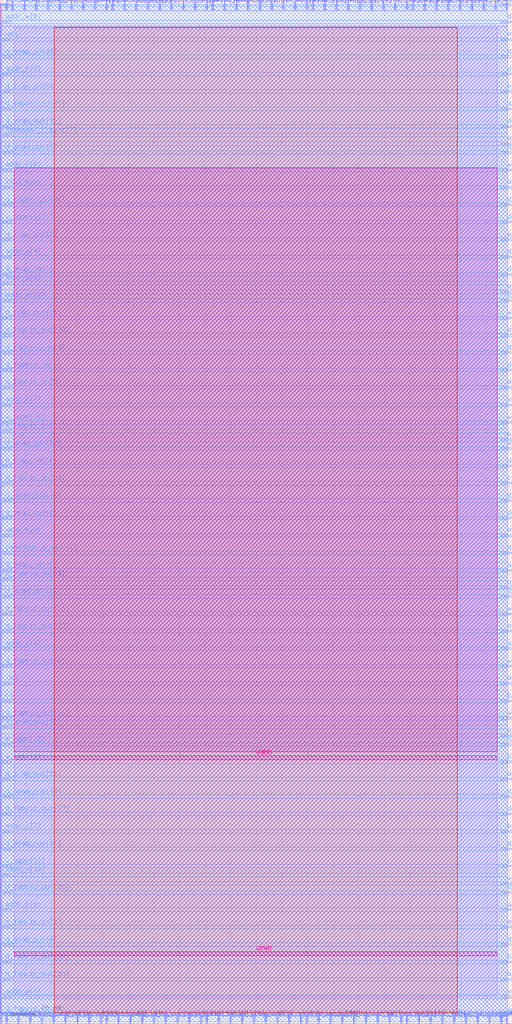
<source format=lef>
VERSION 5.7 ;
  NOWIREEXTENSIONATPIN ON ;
  DIVIDERCHAR "/" ;
  BUSBITCHARS "[]" ;
MACRO sram_ifc
  CLASS BLOCK ;
  FOREIGN sram_ifc ;
  ORIGIN 0.000 0.000 ;
  SIZE 200.000 BY 400.000 ;
  PIN addr_r[0]
    DIRECTION INPUT ;
    PORT
      LAYER met3 ;
        RECT 196.000 17.040 200.000 17.640 ;
    END
  END addr_r[0]
  PIN addr_r[10]
    DIRECTION INPUT ;
    PORT
      LAYER met3 ;
        RECT 196.000 357.040 200.000 357.640 ;
    END
  END addr_r[10]
  PIN addr_r[11]
    DIRECTION INPUT ;
    PORT
      LAYER met3 ;
        RECT 196.000 176.840 200.000 177.440 ;
    END
  END addr_r[11]
  PIN addr_r[12]
    DIRECTION INPUT ;
    PORT
      LAYER met2 ;
        RECT 92.090 396.000 92.370 400.000 ;
    END
  END addr_r[12]
  PIN addr_r[13]
    DIRECTION INPUT ;
    PORT
      LAYER met3 ;
        RECT 196.000 306.040 200.000 306.640 ;
    END
  END addr_r[13]
  PIN addr_r[1]
    DIRECTION INPUT ;
    PORT
      LAYER met3 ;
        RECT 0.000 241.440 4.000 242.040 ;
    END
  END addr_r[1]
  PIN addr_r[2]
    DIRECTION INPUT ;
    PORT
      LAYER met2 ;
        RECT 82.890 396.000 83.170 400.000 ;
    END
  END addr_r[2]
  PIN addr_r[3]
    DIRECTION INPUT ;
    PORT
      LAYER met2 ;
        RECT 156.490 0.000 156.770 4.000 ;
    END
  END addr_r[3]
  PIN addr_r[4]
    DIRECTION INPUT ;
    PORT
      LAYER met3 ;
        RECT 0.000 146.240 4.000 146.840 ;
    END
  END addr_r[4]
  PIN addr_r[5]
    DIRECTION INPUT ;
    PORT
      LAYER met3 ;
        RECT 0.000 370.640 4.000 371.240 ;
    END
  END addr_r[5]
  PIN addr_r[6]
    DIRECTION INPUT ;
    PORT
      LAYER met3 ;
        RECT 0.000 44.240 4.000 44.840 ;
    END
  END addr_r[6]
  PIN addr_r[7]
    DIRECTION INPUT ;
    PORT
      LAYER met3 ;
        RECT 0.000 74.840 4.000 75.440 ;
    END
  END addr_r[7]
  PIN addr_r[8]
    DIRECTION INPUT ;
    PORT
      LAYER met2 ;
        RECT 50.690 0.000 50.970 4.000 ;
    END
  END addr_r[8]
  PIN addr_r[9]
    DIRECTION INPUT ;
    PORT
      LAYER met3 ;
        RECT 0.000 333.240 4.000 333.840 ;
    END
  END addr_r[9]
  PIN addr_w[0]
    DIRECTION INPUT ;
    PORT
      LAYER met2 ;
        RECT 142.690 0.000 142.970 4.000 ;
    END
  END addr_w[0]
  PIN addr_w[10]
    DIRECTION INPUT ;
    PORT
      LAYER met3 ;
        RECT 0.000 57.840 4.000 58.440 ;
    END
  END addr_w[10]
  PIN addr_w[11]
    DIRECTION INPUT ;
    PORT
      LAYER met3 ;
        RECT 0.000 282.240 4.000 282.840 ;
    END
  END addr_w[11]
  PIN addr_w[12]
    DIRECTION INPUT ;
    PORT
      LAYER met3 ;
        RECT 196.000 3.440 200.000 4.040 ;
    END
  END addr_w[12]
  PIN addr_w[13]
    DIRECTION INPUT ;
    PORT
      LAYER met2 ;
        RECT 80.590 0.000 80.870 4.000 ;
    END
  END addr_w[13]
  PIN addr_w[1]
    DIRECTION INPUT ;
    PORT
      LAYER met2 ;
        RECT 108.190 0.000 108.470 4.000 ;
    END
  END addr_w[1]
  PIN addr_w[2]
    DIRECTION INPUT ;
    PORT
      LAYER met3 ;
        RECT 196.000 146.240 200.000 146.840 ;
    END
  END addr_w[2]
  PIN addr_w[3]
    DIRECTION INPUT ;
    PORT
      LAYER met2 ;
        RECT 167.990 0.000 168.270 4.000 ;
    END
  END addr_w[3]
  PIN addr_w[4]
    DIRECTION INPUT ;
    PORT
      LAYER met3 ;
        RECT 196.000 44.240 200.000 44.840 ;
    END
  END addr_w[4]
  PIN addr_w[5]
    DIRECTION INPUT ;
    PORT
      LAYER met3 ;
        RECT 0.000 391.040 4.000 391.640 ;
    END
  END addr_w[5]
  PIN addr_w[6]
    DIRECTION INPUT ;
    PORT
      LAYER met3 ;
        RECT 0.000 10.240 4.000 10.840 ;
    END
  END addr_w[6]
  PIN addr_w[7]
    DIRECTION INPUT ;
    PORT
      LAYER met2 ;
        RECT 20.790 0.000 21.070 4.000 ;
    END
  END addr_w[7]
  PIN addr_w[8]
    DIRECTION INPUT ;
    PORT
      LAYER met3 ;
        RECT 0.000 299.240 4.000 299.840 ;
    END
  END addr_w[8]
  PIN addr_w[9]
    DIRECTION INPUT ;
    PORT
      LAYER met3 ;
        RECT 0.000 289.040 4.000 289.640 ;
    END
  END addr_w[9]
  PIN baseaddr_r_sync[0]
    DIRECTION OUTPUT TRISTATE ;
    PORT
      LAYER met3 ;
        RECT 196.000 227.840 200.000 228.440 ;
    END
  END baseaddr_r_sync[0]
  PIN baseaddr_r_sync[1]
    DIRECTION OUTPUT TRISTATE ;
    PORT
      LAYER met2 ;
        RECT 115.090 396.000 115.370 400.000 ;
    END
  END baseaddr_r_sync[1]
  PIN baseaddr_r_sync[2]
    DIRECTION OUTPUT TRISTATE ;
    PORT
      LAYER met3 ;
        RECT 196.000 74.840 200.000 75.440 ;
    END
  END baseaddr_r_sync[2]
  PIN baseaddr_r_sync[3]
    DIRECTION OUTPUT TRISTATE ;
    PORT
      LAYER met2 ;
        RECT 98.990 0.000 99.270 4.000 ;
    END
  END baseaddr_r_sync[3]
  PIN baseaddr_r_sync[4]
    DIRECTION OUTPUT TRISTATE ;
    PORT
      LAYER met3 ;
        RECT 196.000 125.840 200.000 126.440 ;
    END
  END baseaddr_r_sync[4]
  PIN baseaddr_r_sync[5]
    DIRECTION OUTPUT TRISTATE ;
    PORT
      LAYER met2 ;
        RECT 112.790 0.000 113.070 4.000 ;
    END
  END baseaddr_r_sync[5]
  PIN baseaddr_r_sync[6]
    DIRECTION OUTPUT TRISTATE ;
    PORT
      LAYER met3 ;
        RECT 196.000 102.040 200.000 102.640 ;
    END
  END baseaddr_r_sync[6]
  PIN baseaddr_r_sync[7]
    DIRECTION OUTPUT TRISTATE ;
    PORT
      LAYER met3 ;
        RECT 0.000 346.840 4.000 347.440 ;
    END
  END baseaddr_r_sync[7]
  PIN baseaddr_r_sync[8]
    DIRECTION OUTPUT TRISTATE ;
    PORT
      LAYER met2 ;
        RECT 121.990 396.000 122.270 400.000 ;
    END
  END baseaddr_r_sync[8]
  PIN baseaddr_w_sync[0]
    DIRECTION OUTPUT TRISTATE ;
    PORT
      LAYER met2 ;
        RECT 18.490 396.000 18.770 400.000 ;
    END
  END baseaddr_w_sync[0]
  PIN baseaddr_w_sync[1]
    DIRECTION OUTPUT TRISTATE ;
    PORT
      LAYER met3 ;
        RECT 196.000 363.840 200.000 364.440 ;
    END
  END baseaddr_w_sync[1]
  PIN baseaddr_w_sync[2]
    DIRECTION OUTPUT TRISTATE ;
    PORT
      LAYER met2 ;
        RECT 34.590 0.000 34.870 4.000 ;
    END
  END baseaddr_w_sync[2]
  PIN baseaddr_w_sync[3]
    DIRECTION OUTPUT TRISTATE ;
    PORT
      LAYER met3 ;
        RECT 0.000 397.840 4.000 398.440 ;
    END
  END baseaddr_w_sync[3]
  PIN baseaddr_w_sync[4]
    DIRECTION OUTPUT TRISTATE ;
    PORT
      LAYER met2 ;
        RECT 36.890 396.000 37.170 400.000 ;
    END
  END baseaddr_w_sync[4]
  PIN baseaddr_w_sync[5]
    DIRECTION OUTPUT TRISTATE ;
    PORT
      LAYER met2 ;
        RECT 161.090 396.000 161.370 400.000 ;
    END
  END baseaddr_w_sync[5]
  PIN baseaddr_w_sync[6]
    DIRECTION OUTPUT TRISTATE ;
    PORT
      LAYER met2 ;
        RECT 138.090 0.000 138.370 4.000 ;
    END
  END baseaddr_w_sync[6]
  PIN baseaddr_w_sync[7]
    DIRECTION OUTPUT TRISTATE ;
    PORT
      LAYER met3 ;
        RECT 0.000 183.640 4.000 184.240 ;
    END
  END baseaddr_w_sync[7]
  PIN baseaddr_w_sync[8]
    DIRECTION OUTPUT TRISTATE ;
    PORT
      LAYER met3 ;
        RECT 196.000 23.840 200.000 24.440 ;
    END
  END baseaddr_w_sync[8]
  PIN clk
    DIRECTION INPUT ;
    PORT
      LAYER met3 ;
        RECT 0.000 125.840 4.000 126.440 ;
    END
  END clk
  PIN conf[0]
    DIRECTION INPUT ;
    PORT
      LAYER met2 ;
        RECT 110.490 396.000 110.770 400.000 ;
    END
  END conf[0]
  PIN conf[1]
    DIRECTION INPUT ;
    PORT
      LAYER met2 ;
        RECT 103.590 0.000 103.870 4.000 ;
    END
  END conf[1]
  PIN conf[2]
    DIRECTION INPUT ;
    PORT
      LAYER met3 ;
        RECT 196.000 210.840 200.000 211.440 ;
    END
  END conf[2]
  PIN csb
    DIRECTION INPUT ;
    PORT
      LAYER met3 ;
        RECT 196.000 61.240 200.000 61.840 ;
    END
  END csb
  PIN csb0_sync
    DIRECTION OUTPUT TRISTATE ;
    PORT
      LAYER met2 ;
        RECT 184.090 396.000 184.370 400.000 ;
    END
  END csb0_sync
  PIN csb1_sync
    DIRECTION OUTPUT TRISTATE ;
    PORT
      LAYER met3 ;
        RECT 0.000 326.440 4.000 327.040 ;
    END
  END csb1_sync
  PIN d_fabric_in[0]
    DIRECTION INPUT ;
    PORT
      LAYER met3 ;
        RECT 196.000 30.640 200.000 31.240 ;
    END
  END d_fabric_in[0]
  PIN d_fabric_in[10]
    DIRECTION INPUT ;
    PORT
      LAYER met2 ;
        RECT 177.190 0.000 177.470 4.000 ;
    END
  END d_fabric_in[10]
  PIN d_fabric_in[11]
    DIRECTION INPUT ;
    PORT
      LAYER met2 ;
        RECT 87.490 396.000 87.770 400.000 ;
    END
  END d_fabric_in[11]
  PIN d_fabric_in[12]
    DIRECTION INPUT ;
    PORT
      LAYER met3 ;
        RECT 196.000 391.040 200.000 391.640 ;
    END
  END d_fabric_in[12]
  PIN d_fabric_in[13]
    DIRECTION INPUT ;
    PORT
      LAYER met3 ;
        RECT 0.000 173.440 4.000 174.040 ;
    END
  END d_fabric_in[13]
  PIN d_fabric_in[14]
    DIRECTION INPUT ;
    PORT
      LAYER met3 ;
        RECT 0.000 3.440 4.000 4.040 ;
    END
  END d_fabric_in[14]
  PIN d_fabric_in[15]
    DIRECTION INPUT ;
    PORT
      LAYER met3 ;
        RECT 0.000 357.040 4.000 357.640 ;
    END
  END d_fabric_in[15]
  PIN d_fabric_in[16]
    DIRECTION INPUT ;
    PORT
      LAYER met2 ;
        RECT 126.590 396.000 126.870 400.000 ;
    END
  END d_fabric_in[16]
  PIN d_fabric_in[17]
    DIRECTION INPUT ;
    PORT
      LAYER met3 ;
        RECT 196.000 384.240 200.000 384.840 ;
    END
  END d_fabric_in[17]
  PIN d_fabric_in[18]
    DIRECTION INPUT ;
    PORT
      LAYER met3 ;
        RECT 196.000 326.440 200.000 327.040 ;
    END
  END d_fabric_in[18]
  PIN d_fabric_in[19]
    DIRECTION INPUT ;
    PORT
      LAYER met2 ;
        RECT 188.690 396.000 188.970 400.000 ;
    END
  END d_fabric_in[19]
  PIN d_fabric_in[1]
    DIRECTION INPUT ;
    PORT
      LAYER met3 ;
        RECT 0.000 37.440 4.000 38.040 ;
    END
  END d_fabric_in[1]
  PIN d_fabric_in[20]
    DIRECTION INPUT ;
    PORT
      LAYER met2 ;
        RECT 117.390 0.000 117.670 4.000 ;
    END
  END d_fabric_in[20]
  PIN d_fabric_in[21]
    DIRECTION INPUT ;
    PORT
      LAYER met3 ;
        RECT 196.000 312.840 200.000 313.440 ;
    END
  END d_fabric_in[21]
  PIN d_fabric_in[22]
    DIRECTION INPUT ;
    PORT
      LAYER met3 ;
        RECT 196.000 37.440 200.000 38.040 ;
    END
  END d_fabric_in[22]
  PIN d_fabric_in[23]
    DIRECTION INPUT ;
    PORT
      LAYER met3 ;
        RECT 196.000 268.640 200.000 269.240 ;
    END
  END d_fabric_in[23]
  PIN d_fabric_in[24]
    DIRECTION INPUT ;
    PORT
      LAYER met3 ;
        RECT 0.000 210.840 4.000 211.440 ;
    END
  END d_fabric_in[24]
  PIN d_fabric_in[25]
    DIRECTION INPUT ;
    PORT
      LAYER met2 ;
        RECT 144.990 396.000 145.270 400.000 ;
    END
  END d_fabric_in[25]
  PIN d_fabric_in[26]
    DIRECTION INPUT ;
    PORT
      LAYER met2 ;
        RECT 2.390 396.000 2.670 400.000 ;
    END
  END d_fabric_in[26]
  PIN d_fabric_in[27]
    DIRECTION INPUT ;
    PORT
      LAYER met3 ;
        RECT 0.000 319.640 4.000 320.240 ;
    END
  END d_fabric_in[27]
  PIN d_fabric_in[28]
    DIRECTION INPUT ;
    PORT
      LAYER met3 ;
        RECT 196.000 248.240 200.000 248.840 ;
    END
  END d_fabric_in[28]
  PIN d_fabric_in[29]
    DIRECTION INPUT ;
    PORT
      LAYER met3 ;
        RECT 196.000 285.640 200.000 286.240 ;
    END
  END d_fabric_in[29]
  PIN d_fabric_in[2]
    DIRECTION INPUT ;
    PORT
      LAYER met2 ;
        RECT 151.890 0.000 152.170 4.000 ;
    END
  END d_fabric_in[2]
  PIN d_fabric_in[30]
    DIRECTION INPUT ;
    PORT
      LAYER met3 ;
        RECT 196.000 68.040 200.000 68.640 ;
    END
  END d_fabric_in[30]
  PIN d_fabric_in[31]
    DIRECTION INPUT ;
    PORT
      LAYER met3 ;
        RECT 0.000 231.240 4.000 231.840 ;
    END
  END d_fabric_in[31]
  PIN d_fabric_in[3]
    DIRECTION INPUT ;
    PORT
      LAYER met2 ;
        RECT 190.990 0.000 191.270 4.000 ;
    END
  END d_fabric_in[3]
  PIN d_fabric_in[4]
    DIRECTION INPUT ;
    PORT
      LAYER met2 ;
        RECT 131.190 396.000 131.470 400.000 ;
    END
  END d_fabric_in[4]
  PIN d_fabric_in[5]
    DIRECTION INPUT ;
    PORT
      LAYER met2 ;
        RECT 105.890 396.000 106.170 400.000 ;
    END
  END d_fabric_in[5]
  PIN d_fabric_in[6]
    DIRECTION INPUT ;
    PORT
      LAYER met3 ;
        RECT 0.000 248.240 4.000 248.840 ;
    END
  END d_fabric_in[6]
  PIN d_fabric_in[7]
    DIRECTION INPUT ;
    PORT
      LAYER met3 ;
        RECT 196.000 397.840 200.000 398.440 ;
    END
  END d_fabric_in[7]
  PIN d_fabric_in[8]
    DIRECTION INPUT ;
    PORT
      LAYER met3 ;
        RECT 0.000 255.040 4.000 255.640 ;
    END
  END d_fabric_in[8]
  PIN d_fabric_in[9]
    DIRECTION INPUT ;
    PORT
      LAYER met2 ;
        RECT 6.990 0.000 7.270 4.000 ;
    END
  END d_fabric_in[9]
  PIN d_fabric_out[0]
    DIRECTION OUTPUT TRISTATE ;
    PORT
      LAYER met2 ;
        RECT 73.690 0.000 73.970 4.000 ;
    END
  END d_fabric_out[0]
  PIN d_fabric_out[10]
    DIRECTION OUTPUT TRISTATE ;
    PORT
      LAYER met3 ;
        RECT 0.000 17.040 4.000 17.640 ;
    END
  END d_fabric_out[10]
  PIN d_fabric_out[11]
    DIRECTION OUTPUT TRISTATE ;
    PORT
      LAYER met2 ;
        RECT 172.590 0.000 172.870 4.000 ;
    END
  END d_fabric_out[11]
  PIN d_fabric_out[12]
    DIRECTION OUTPUT TRISTATE ;
    PORT
      LAYER met3 ;
        RECT 196.000 343.440 200.000 344.040 ;
    END
  END d_fabric_out[12]
  PIN d_fabric_out[13]
    DIRECTION OUTPUT TRISTATE ;
    PORT
      LAYER met2 ;
        RECT 85.190 0.000 85.470 4.000 ;
    END
  END d_fabric_out[13]
  PIN d_fabric_out[14]
    DIRECTION OUTPUT TRISTATE ;
    PORT
      LAYER met2 ;
        RECT 181.790 0.000 182.070 4.000 ;
    END
  END d_fabric_out[14]
  PIN d_fabric_out[15]
    DIRECTION OUTPUT TRISTATE ;
    PORT
      LAYER met2 ;
        RECT 41.490 396.000 41.770 400.000 ;
    END
  END d_fabric_out[15]
  PIN d_fabric_out[16]
    DIRECTION OUTPUT TRISTATE ;
    PORT
      LAYER met3 ;
        RECT 196.000 282.240 200.000 282.840 ;
    END
  END d_fabric_out[16]
  PIN d_fabric_out[17]
    DIRECTION OUTPUT TRISTATE ;
    PORT
      LAYER met2 ;
        RECT 101.290 396.000 101.570 400.000 ;
    END
  END d_fabric_out[17]
  PIN d_fabric_out[18]
    DIRECTION OUTPUT TRISTATE ;
    PORT
      LAYER met2 ;
        RECT 147.290 0.000 147.570 4.000 ;
    END
  END d_fabric_out[18]
  PIN d_fabric_out[19]
    DIRECTION OUTPUT TRISTATE ;
    PORT
      LAYER met3 ;
        RECT 196.000 132.640 200.000 133.240 ;
    END
  END d_fabric_out[19]
  PIN d_fabric_out[1]
    DIRECTION OUTPUT TRISTATE ;
    PORT
      LAYER met2 ;
        RECT 163.390 0.000 163.670 4.000 ;
    END
  END d_fabric_out[1]
  PIN d_fabric_out[20]
    DIRECTION OUTPUT TRISTATE ;
    PORT
      LAYER met2 ;
        RECT 78.290 0.000 78.570 4.000 ;
    END
  END d_fabric_out[20]
  PIN d_fabric_out[21]
    DIRECTION OUTPUT TRISTATE ;
    PORT
      LAYER met3 ;
        RECT 0.000 159.840 4.000 160.440 ;
    END
  END d_fabric_out[21]
  PIN d_fabric_out[22]
    DIRECTION OUTPUT TRISTATE ;
    PORT
      LAYER met3 ;
        RECT 0.000 153.040 4.000 153.640 ;
    END
  END d_fabric_out[22]
  PIN d_fabric_out[23]
    DIRECTION OUTPUT TRISTATE ;
    PORT
      LAYER met3 ;
        RECT 0.000 119.040 4.000 119.640 ;
    END
  END d_fabric_out[23]
  PIN d_fabric_out[24]
    DIRECTION OUTPUT TRISTATE ;
    PORT
      LAYER met3 ;
        RECT 196.000 217.640 200.000 218.240 ;
    END
  END d_fabric_out[24]
  PIN d_fabric_out[25]
    DIRECTION OUTPUT TRISTATE ;
    PORT
      LAYER met3 ;
        RECT 0.000 23.840 4.000 24.440 ;
    END
  END d_fabric_out[25]
  PIN d_fabric_out[26]
    DIRECTION OUTPUT TRISTATE ;
    PORT
      LAYER met3 ;
        RECT 0.000 51.040 4.000 51.640 ;
    END
  END d_fabric_out[26]
  PIN d_fabric_out[27]
    DIRECTION OUTPUT TRISTATE ;
    PORT
      LAYER met3 ;
        RECT 0.000 81.640 4.000 82.240 ;
    END
  END d_fabric_out[27]
  PIN d_fabric_out[28]
    DIRECTION OUTPUT TRISTATE ;
    PORT
      LAYER met2 ;
        RECT 43.790 396.000 44.070 400.000 ;
    END
  END d_fabric_out[28]
  PIN d_fabric_out[29]
    DIRECTION OUTPUT TRISTATE ;
    PORT
      LAYER met3 ;
        RECT 0.000 268.640 4.000 269.240 ;
    END
  END d_fabric_out[29]
  PIN d_fabric_out[2]
    DIRECTION OUTPUT TRISTATE ;
    PORT
      LAYER met2 ;
        RECT 23.090 396.000 23.370 400.000 ;
    END
  END d_fabric_out[2]
  PIN d_fabric_out[30]
    DIRECTION OUTPUT TRISTATE ;
    PORT
      LAYER met2 ;
        RECT 62.190 396.000 62.470 400.000 ;
    END
  END d_fabric_out[30]
  PIN d_fabric_out[31]
    DIRECTION OUTPUT TRISTATE ;
    PORT
      LAYER met2 ;
        RECT 197.890 396.000 198.170 400.000 ;
    END
  END d_fabric_out[31]
  PIN d_fabric_out[3]
    DIRECTION OUTPUT TRISTATE ;
    PORT
      LAYER met2 ;
        RECT 149.590 396.000 149.870 400.000 ;
    END
  END d_fabric_out[3]
  PIN d_fabric_out[4]
    DIRECTION OUTPUT TRISTATE ;
    PORT
      LAYER met2 ;
        RECT 195.590 0.000 195.870 4.000 ;
    END
  END d_fabric_out[4]
  PIN d_fabric_out[5]
    DIRECTION OUTPUT TRISTATE ;
    PORT
      LAYER met3 ;
        RECT 196.000 340.040 200.000 340.640 ;
    END
  END d_fabric_out[5]
  PIN d_fabric_out[6]
    DIRECTION OUTPUT TRISTATE ;
    PORT
      LAYER met3 ;
        RECT 196.000 319.640 200.000 320.240 ;
    END
  END d_fabric_out[6]
  PIN d_fabric_out[7]
    DIRECTION OUTPUT TRISTATE ;
    PORT
      LAYER met3 ;
        RECT 196.000 255.040 200.000 255.640 ;
    END
  END d_fabric_out[7]
  PIN d_fabric_out[8]
    DIRECTION OUTPUT TRISTATE ;
    PORT
      LAYER met3 ;
        RECT 0.000 139.440 4.000 140.040 ;
    END
  END d_fabric_out[8]
  PIN d_fabric_out[9]
    DIRECTION OUTPUT TRISTATE ;
    PORT
      LAYER met3 ;
        RECT 0.000 261.840 4.000 262.440 ;
    END
  END d_fabric_out[9]
  PIN d_sram_in[0]
    DIRECTION OUTPUT TRISTATE ;
    PORT
      LAYER met2 ;
        RECT 2.390 0.000 2.670 4.000 ;
    END
  END d_sram_in[0]
  PIN d_sram_in[10]
    DIRECTION OUTPUT TRISTATE ;
    PORT
      LAYER met3 ;
        RECT 196.000 197.240 200.000 197.840 ;
    END
  END d_sram_in[10]
  PIN d_sram_in[11]
    DIRECTION OUTPUT TRISTATE ;
    PORT
      LAYER met3 ;
        RECT 196.000 190.440 200.000 191.040 ;
    END
  END d_sram_in[11]
  PIN d_sram_in[12]
    DIRECTION OUTPUT TRISTATE ;
    PORT
      LAYER met2 ;
        RECT 66.790 396.000 67.070 400.000 ;
    END
  END d_sram_in[12]
  PIN d_sram_in[13]
    DIRECTION OUTPUT TRISTATE ;
    PORT
      LAYER met3 ;
        RECT 0.000 306.040 4.000 306.640 ;
    END
  END d_sram_in[13]
  PIN d_sram_in[14]
    DIRECTION OUTPUT TRISTATE ;
    PORT
      LAYER met3 ;
        RECT 0.000 30.640 4.000 31.240 ;
    END
  END d_sram_in[14]
  PIN d_sram_in[15]
    DIRECTION OUTPUT TRISTATE ;
    PORT
      LAYER met3 ;
        RECT 0.000 176.840 4.000 177.440 ;
    END
  END d_sram_in[15]
  PIN d_sram_in[16]
    DIRECTION OUTPUT TRISTATE ;
    PORT
      LAYER met3 ;
        RECT 196.000 166.640 200.000 167.240 ;
    END
  END d_sram_in[16]
  PIN d_sram_in[17]
    DIRECTION OUTPUT TRISTATE ;
    PORT
      LAYER met3 ;
        RECT 196.000 112.240 200.000 112.840 ;
    END
  END d_sram_in[17]
  PIN d_sram_in[18]
    DIRECTION OUTPUT TRISTATE ;
    PORT
      LAYER met2 ;
        RECT 11.590 0.000 11.870 4.000 ;
    END
  END d_sram_in[18]
  PIN d_sram_in[19]
    DIRECTION OUTPUT TRISTATE ;
    PORT
      LAYER met3 ;
        RECT 196.000 370.640 200.000 371.240 ;
    END
  END d_sram_in[19]
  PIN d_sram_in[1]
    DIRECTION OUTPUT TRISTATE ;
    PORT
      LAYER met2 ;
        RECT 27.690 396.000 27.970 400.000 ;
    END
  END d_sram_in[1]
  PIN d_sram_in[20]
    DIRECTION OUTPUT TRISTATE ;
    PORT
      LAYER met3 ;
        RECT 0.000 377.440 4.000 378.040 ;
    END
  END d_sram_in[20]
  PIN d_sram_in[21]
    DIRECTION OUTPUT TRISTATE ;
    PORT
      LAYER met3 ;
        RECT 196.000 299.240 200.000 299.840 ;
    END
  END d_sram_in[21]
  PIN d_sram_in[22]
    DIRECTION OUTPUT TRISTATE ;
    PORT
      LAYER met2 ;
        RECT 94.390 0.000 94.670 4.000 ;
    END
  END d_sram_in[22]
  PIN d_sram_in[23]
    DIRECTION OUTPUT TRISTATE ;
    PORT
      LAYER met2 ;
        RECT 119.690 0.000 119.970 4.000 ;
    END
  END d_sram_in[23]
  PIN d_sram_in[24]
    DIRECTION OUTPUT TRISTATE ;
    PORT
      LAYER met3 ;
        RECT 196.000 81.640 200.000 82.240 ;
    END
  END d_sram_in[24]
  PIN d_sram_in[25]
    DIRECTION OUTPUT TRISTATE ;
    PORT
      LAYER met2 ;
        RECT 174.890 396.000 175.170 400.000 ;
    END
  END d_sram_in[25]
  PIN d_sram_in[26]
    DIRECTION OUTPUT TRISTATE ;
    PORT
      LAYER met2 ;
        RECT 46.090 0.000 46.370 4.000 ;
    END
  END d_sram_in[26]
  PIN d_sram_in[27]
    DIRECTION OUTPUT TRISTATE ;
    PORT
      LAYER met2 ;
        RECT 13.890 396.000 14.170 400.000 ;
    END
  END d_sram_in[27]
  PIN d_sram_in[28]
    DIRECTION OUTPUT TRISTATE ;
    PORT
      LAYER met3 ;
        RECT 0.000 217.640 4.000 218.240 ;
    END
  END d_sram_in[28]
  PIN d_sram_in[29]
    DIRECTION OUTPUT TRISTATE ;
    PORT
      LAYER met3 ;
        RECT 196.000 88.440 200.000 89.040 ;
    END
  END d_sram_in[29]
  PIN d_sram_in[2]
    DIRECTION OUTPUT TRISTATE ;
    PORT
      LAYER met2 ;
        RECT 39.190 0.000 39.470 4.000 ;
    END
  END d_sram_in[2]
  PIN d_sram_in[30]
    DIRECTION OUTPUT TRISTATE ;
    PORT
      LAYER met2 ;
        RECT 71.390 396.000 71.670 400.000 ;
    END
  END d_sram_in[30]
  PIN d_sram_in[31]
    DIRECTION OUTPUT TRISTATE ;
    PORT
      LAYER met3 ;
        RECT 196.000 153.040 200.000 153.640 ;
    END
  END d_sram_in[31]
  PIN d_sram_in[3]
    DIRECTION OUTPUT TRISTATE ;
    PORT
      LAYER met3 ;
        RECT 0.000 292.440 4.000 293.040 ;
    END
  END d_sram_in[3]
  PIN d_sram_in[4]
    DIRECTION OUTPUT TRISTATE ;
    PORT
      LAYER met2 ;
        RECT 48.390 396.000 48.670 400.000 ;
    END
  END d_sram_in[4]
  PIN d_sram_in[5]
    DIRECTION OUTPUT TRISTATE ;
    PORT
      LAYER met3 ;
        RECT 196.000 183.640 200.000 184.240 ;
    END
  END d_sram_in[5]
  PIN d_sram_in[6]
    DIRECTION OUTPUT TRISTATE ;
    PORT
      LAYER met3 ;
        RECT 0.000 363.840 4.000 364.440 ;
    END
  END d_sram_in[6]
  PIN d_sram_in[7]
    DIRECTION OUTPUT TRISTATE ;
    PORT
      LAYER met2 ;
        RECT 197.890 0.000 198.170 4.000 ;
    END
  END d_sram_in[7]
  PIN d_sram_in[8]
    DIRECTION OUTPUT TRISTATE ;
    PORT
      LAYER met2 ;
        RECT 186.390 0.000 186.670 4.000 ;
    END
  END d_sram_in[8]
  PIN d_sram_in[9]
    DIRECTION OUTPUT TRISTATE ;
    PORT
      LAYER met3 ;
        RECT 196.000 204.040 200.000 204.640 ;
    END
  END d_sram_in[9]
  PIN d_sram_out[0]
    DIRECTION INPUT ;
    PORT
      LAYER met3 ;
        RECT 0.000 197.240 4.000 197.840 ;
    END
  END d_sram_out[0]
  PIN d_sram_out[10]
    DIRECTION INPUT ;
    PORT
      LAYER met2 ;
        RECT 55.290 0.000 55.570 4.000 ;
    END
  END d_sram_out[10]
  PIN d_sram_out[11]
    DIRECTION INPUT ;
    PORT
      LAYER met3 ;
        RECT 0.000 204.040 4.000 204.640 ;
    END
  END d_sram_out[11]
  PIN d_sram_out[12]
    DIRECTION INPUT ;
    PORT
      LAYER met3 ;
        RECT 0.000 350.240 4.000 350.840 ;
    END
  END d_sram_out[12]
  PIN d_sram_out[13]
    DIRECTION INPUT ;
    PORT
      LAYER met2 ;
        RECT 80.590 396.000 80.870 400.000 ;
    END
  END d_sram_out[13]
  PIN d_sram_out[14]
    DIRECTION INPUT ;
    PORT
      LAYER met3 ;
        RECT 0.000 88.440 4.000 89.040 ;
    END
  END d_sram_out[14]
  PIN d_sram_out[15]
    DIRECTION INPUT ;
    PORT
      LAYER met2 ;
        RECT 165.690 396.000 165.970 400.000 ;
    END
  END d_sram_out[15]
  PIN d_sram_out[16]
    DIRECTION INPUT ;
    PORT
      LAYER met2 ;
        RECT 64.490 0.000 64.770 4.000 ;
    END
  END d_sram_out[16]
  PIN d_sram_out[17]
    DIRECTION INPUT ;
    PORT
      LAYER met3 ;
        RECT 196.000 377.440 200.000 378.040 ;
    END
  END d_sram_out[17]
  PIN d_sram_out[18]
    DIRECTION INPUT ;
    PORT
      LAYER met2 ;
        RECT 133.490 0.000 133.770 4.000 ;
    END
  END d_sram_out[18]
  PIN d_sram_out[19]
    DIRECTION INPUT ;
    PORT
      LAYER met2 ;
        RECT 154.190 396.000 154.470 400.000 ;
    END
  END d_sram_out[19]
  PIN d_sram_out[1]
    DIRECTION INPUT ;
    PORT
      LAYER met3 ;
        RECT 196.000 292.440 200.000 293.040 ;
    END
  END d_sram_out[1]
  PIN d_sram_out[20]
    DIRECTION INPUT ;
    PORT
      LAYER met3 ;
        RECT 196.000 108.840 200.000 109.440 ;
    END
  END d_sram_out[20]
  PIN d_sram_out[21]
    DIRECTION INPUT ;
    PORT
      LAYER met3 ;
        RECT 0.000 95.240 4.000 95.840 ;
    END
  END d_sram_out[21]
  PIN d_sram_out[22]
    DIRECTION INPUT ;
    PORT
      LAYER met2 ;
        RECT 16.190 0.000 16.470 4.000 ;
    END
  END d_sram_out[22]
  PIN d_sram_out[23]
    DIRECTION INPUT ;
    PORT
      LAYER met2 ;
        RECT 158.790 396.000 159.070 400.000 ;
    END
  END d_sram_out[23]
  PIN d_sram_out[24]
    DIRECTION INPUT ;
    PORT
      LAYER met3 ;
        RECT 196.000 51.040 200.000 51.640 ;
    END
  END d_sram_out[24]
  PIN d_sram_out[25]
    DIRECTION INPUT ;
    PORT
      LAYER met3 ;
        RECT 0.000 68.040 4.000 68.640 ;
    END
  END d_sram_out[25]
  PIN d_sram_out[26]
    DIRECTION INPUT ;
    PORT
      LAYER met2 ;
        RECT 170.290 396.000 170.570 400.000 ;
    END
  END d_sram_out[26]
  PIN d_sram_out[27]
    DIRECTION INPUT ;
    PORT
      LAYER met3 ;
        RECT 196.000 95.240 200.000 95.840 ;
    END
  END d_sram_out[27]
  PIN d_sram_out[28]
    DIRECTION INPUT ;
    PORT
      LAYER met2 ;
        RECT 69.090 0.000 69.370 4.000 ;
    END
  END d_sram_out[28]
  PIN d_sram_out[29]
    DIRECTION INPUT ;
    PORT
      LAYER met2 ;
        RECT 158.790 0.000 159.070 4.000 ;
    END
  END d_sram_out[29]
  PIN d_sram_out[2]
    DIRECTION INPUT ;
    PORT
      LAYER met3 ;
        RECT 196.000 350.240 200.000 350.840 ;
    END
  END d_sram_out[2]
  PIN d_sram_out[30]
    DIRECTION INPUT ;
    PORT
      LAYER met3 ;
        RECT 0.000 224.440 4.000 225.040 ;
    END
  END d_sram_out[30]
  PIN d_sram_out[31]
    DIRECTION INPUT ;
    PORT
      LAYER met3 ;
        RECT 0.000 275.440 4.000 276.040 ;
    END
  END d_sram_out[31]
  PIN d_sram_out[3]
    DIRECTION INPUT ;
    PORT
      LAYER met3 ;
        RECT 196.000 170.040 200.000 170.640 ;
    END
  END d_sram_out[3]
  PIN d_sram_out[4]
    DIRECTION INPUT ;
    PORT
      LAYER met2 ;
        RECT 59.890 0.000 60.170 4.000 ;
    END
  END d_sram_out[4]
  PIN d_sram_out[5]
    DIRECTION INPUT ;
    PORT
      LAYER met2 ;
        RECT 25.390 0.000 25.670 4.000 ;
    END
  END d_sram_out[5]
  PIN d_sram_out[6]
    DIRECTION INPUT ;
    PORT
      LAYER met3 ;
        RECT 196.000 261.840 200.000 262.440 ;
    END
  END d_sram_out[6]
  PIN d_sram_out[7]
    DIRECTION INPUT ;
    PORT
      LAYER met3 ;
        RECT 0.000 340.040 4.000 340.640 ;
    END
  END d_sram_out[7]
  PIN d_sram_out[8]
    DIRECTION INPUT ;
    PORT
      LAYER met3 ;
        RECT 0.000 166.640 4.000 167.240 ;
    END
  END d_sram_out[8]
  PIN d_sram_out[9]
    DIRECTION INPUT ;
    PORT
      LAYER met3 ;
        RECT 0.000 115.640 4.000 116.240 ;
    END
  END d_sram_out[9]
  PIN out_reg
    DIRECTION INPUT ;
    PORT
      LAYER met2 ;
        RECT 135.790 396.000 136.070 400.000 ;
    END
  END out_reg
  PIN reb
    DIRECTION INPUT ;
    PORT
      LAYER met3 ;
        RECT 0.000 132.640 4.000 133.240 ;
    END
  END reb
  PIN w_mask[0]
    DIRECTION OUTPUT TRISTATE ;
    PORT
      LAYER met3 ;
        RECT 196.000 54.440 200.000 55.040 ;
    END
  END w_mask[0]
  PIN w_mask[10]
    DIRECTION OUTPUT TRISTATE ;
    PORT
      LAYER met2 ;
        RECT 57.590 396.000 57.870 400.000 ;
    END
  END w_mask[10]
  PIN w_mask[11]
    DIRECTION OUTPUT TRISTATE ;
    PORT
      LAYER met3 ;
        RECT 196.000 333.240 200.000 333.840 ;
    END
  END w_mask[11]
  PIN w_mask[12]
    DIRECTION OUTPUT TRISTATE ;
    PORT
      LAYER met2 ;
        RECT 0.090 0.000 0.370 4.000 ;
    END
  END w_mask[12]
  PIN w_mask[13]
    DIRECTION OUTPUT TRISTATE ;
    PORT
      LAYER met3 ;
        RECT 0.000 108.840 4.000 109.440 ;
    END
  END w_mask[13]
  PIN w_mask[14]
    DIRECTION OUTPUT TRISTATE ;
    PORT
      LAYER met2 ;
        RECT 89.790 0.000 90.070 4.000 ;
    END
  END w_mask[14]
  PIN w_mask[15]
    DIRECTION OUTPUT TRISTATE ;
    PORT
      LAYER met2 ;
        RECT 41.490 0.000 41.770 4.000 ;
    END
  END w_mask[15]
  PIN w_mask[16]
    DIRECTION OUTPUT TRISTATE ;
    PORT
      LAYER met2 ;
        RECT 140.390 396.000 140.670 400.000 ;
    END
  END w_mask[16]
  PIN w_mask[17]
    DIRECTION OUTPUT TRISTATE ;
    PORT
      LAYER met2 ;
        RECT 193.290 396.000 193.570 400.000 ;
    END
  END w_mask[17]
  PIN w_mask[18]
    DIRECTION OUTPUT TRISTATE ;
    PORT
      LAYER met3 ;
        RECT 196.000 275.440 200.000 276.040 ;
    END
  END w_mask[18]
  PIN w_mask[19]
    DIRECTION OUTPUT TRISTATE ;
    PORT
      LAYER met2 ;
        RECT 128.890 0.000 129.170 4.000 ;
    END
  END w_mask[19]
  PIN w_mask[1]
    DIRECTION OUTPUT TRISTATE ;
    PORT
      LAYER met3 ;
        RECT 196.000 10.240 200.000 10.840 ;
    END
  END w_mask[1]
  PIN w_mask[20]
    DIRECTION OUTPUT TRISTATE ;
    PORT
      LAYER met2 ;
        RECT 9.290 396.000 9.570 400.000 ;
    END
  END w_mask[20]
  PIN w_mask[21]
    DIRECTION OUTPUT TRISTATE ;
    PORT
      LAYER met3 ;
        RECT 0.000 312.840 4.000 313.440 ;
    END
  END w_mask[21]
  PIN w_mask[22]
    DIRECTION OUTPUT TRISTATE ;
    PORT
      LAYER met2 ;
        RECT 119.690 396.000 119.970 400.000 ;
    END
  END w_mask[22]
  PIN w_mask[23]
    DIRECTION OUTPUT TRISTATE ;
    PORT
      LAYER met3 ;
        RECT 0.000 61.240 4.000 61.840 ;
    END
  END w_mask[23]
  PIN w_mask[24]
    DIRECTION OUTPUT TRISTATE ;
    PORT
      LAYER met2 ;
        RECT 29.990 0.000 30.270 4.000 ;
    END
  END w_mask[24]
  PIN w_mask[25]
    DIRECTION OUTPUT TRISTATE ;
    PORT
      LAYER met3 ;
        RECT 0.000 234.640 4.000 235.240 ;
    END
  END w_mask[25]
  PIN w_mask[26]
    DIRECTION OUTPUT TRISTATE ;
    PORT
      LAYER met2 ;
        RECT 96.690 396.000 96.970 400.000 ;
    END
  END w_mask[26]
  PIN w_mask[27]
    DIRECTION OUTPUT TRISTATE ;
    PORT
      LAYER met2 ;
        RECT 4.690 396.000 4.970 400.000 ;
    END
  END w_mask[27]
  PIN w_mask[28]
    DIRECTION OUTPUT TRISTATE ;
    PORT
      LAYER met2 ;
        RECT 75.990 396.000 76.270 400.000 ;
    END
  END w_mask[28]
  PIN w_mask[29]
    DIRECTION OUTPUT TRISTATE ;
    PORT
      LAYER met2 ;
        RECT 179.490 396.000 179.770 400.000 ;
    END
  END w_mask[29]
  PIN w_mask[2]
    DIRECTION OUTPUT TRISTATE ;
    PORT
      LAYER met2 ;
        RECT 32.290 396.000 32.570 400.000 ;
    END
  END w_mask[2]
  PIN w_mask[30]
    DIRECTION OUTPUT TRISTATE ;
    PORT
      LAYER met2 ;
        RECT 124.290 0.000 124.570 4.000 ;
    END
  END w_mask[30]
  PIN w_mask[31]
    DIRECTION OUTPUT TRISTATE ;
    PORT
      LAYER met3 ;
        RECT 0.000 102.040 4.000 102.640 ;
    END
  END w_mask[31]
  PIN w_mask[3]
    DIRECTION OUTPUT TRISTATE ;
    PORT
      LAYER met3 ;
        RECT 196.000 241.440 200.000 242.040 ;
    END
  END w_mask[3]
  PIN w_mask[4]
    DIRECTION OUTPUT TRISTATE ;
    PORT
      LAYER met3 ;
        RECT 196.000 224.440 200.000 225.040 ;
    END
  END w_mask[4]
  PIN w_mask[5]
    DIRECTION OUTPUT TRISTATE ;
    PORT
      LAYER met2 ;
        RECT 52.990 396.000 53.270 400.000 ;
    END
  END w_mask[5]
  PIN w_mask[6]
    DIRECTION OUTPUT TRISTATE ;
    PORT
      LAYER met3 ;
        RECT 196.000 159.840 200.000 160.440 ;
    END
  END w_mask[6]
  PIN w_mask[7]
    DIRECTION OUTPUT TRISTATE ;
    PORT
      LAYER met3 ;
        RECT 196.000 119.040 200.000 119.640 ;
    END
  END w_mask[7]
  PIN w_mask[8]
    DIRECTION OUTPUT TRISTATE ;
    PORT
      LAYER met3 ;
        RECT 196.000 234.640 200.000 235.240 ;
    END
  END w_mask[8]
  PIN w_mask[9]
    DIRECTION OUTPUT TRISTATE ;
    PORT
      LAYER met3 ;
        RECT 196.000 139.440 200.000 140.040 ;
    END
  END w_mask[9]
  PIN web
    DIRECTION INPUT ;
    PORT
      LAYER met3 ;
        RECT 0.000 384.240 4.000 384.840 ;
    END
  END web
  PIN web0_sync
    DIRECTION OUTPUT TRISTATE ;
    PORT
      LAYER met3 ;
        RECT 0.000 190.440 4.000 191.040 ;
    END
  END web0_sync
  PIN VPWR
    DIRECTION INPUT ;
    USE POWER ;
    PORT
      LAYER met5 ;
        RECT 5.520 26.490 194.120 28.090 ;
    END
  END VPWR
  PIN VGND
    DIRECTION INPUT ;
    USE GROUND ;
    PORT
      LAYER met5 ;
        RECT 5.520 103.080 194.120 104.680 ;
    END
  END VGND
  OBS
      LAYER li1 ;
        RECT 5.520 10.795 194.120 389.045 ;
      LAYER met1 ;
        RECT 0.070 4.460 198.190 389.600 ;
      LAYER met2 ;
        RECT 0.100 395.720 2.110 398.325 ;
        RECT 2.950 395.720 4.410 398.325 ;
        RECT 5.250 395.720 9.010 398.325 ;
        RECT 9.850 395.720 13.610 398.325 ;
        RECT 14.450 395.720 18.210 398.325 ;
        RECT 19.050 395.720 22.810 398.325 ;
        RECT 23.650 395.720 27.410 398.325 ;
        RECT 28.250 395.720 32.010 398.325 ;
        RECT 32.850 395.720 36.610 398.325 ;
        RECT 37.450 395.720 41.210 398.325 ;
        RECT 42.050 395.720 43.510 398.325 ;
        RECT 44.350 395.720 48.110 398.325 ;
        RECT 48.950 395.720 52.710 398.325 ;
        RECT 53.550 395.720 57.310 398.325 ;
        RECT 58.150 395.720 61.910 398.325 ;
        RECT 62.750 395.720 66.510 398.325 ;
        RECT 67.350 395.720 71.110 398.325 ;
        RECT 71.950 395.720 75.710 398.325 ;
        RECT 76.550 395.720 80.310 398.325 ;
        RECT 81.150 395.720 82.610 398.325 ;
        RECT 83.450 395.720 87.210 398.325 ;
        RECT 88.050 395.720 91.810 398.325 ;
        RECT 92.650 395.720 96.410 398.325 ;
        RECT 97.250 395.720 101.010 398.325 ;
        RECT 101.850 395.720 105.610 398.325 ;
        RECT 106.450 395.720 110.210 398.325 ;
        RECT 111.050 395.720 114.810 398.325 ;
        RECT 115.650 395.720 119.410 398.325 ;
        RECT 120.250 395.720 121.710 398.325 ;
        RECT 122.550 395.720 126.310 398.325 ;
        RECT 127.150 395.720 130.910 398.325 ;
        RECT 131.750 395.720 135.510 398.325 ;
        RECT 136.350 395.720 140.110 398.325 ;
        RECT 140.950 395.720 144.710 398.325 ;
        RECT 145.550 395.720 149.310 398.325 ;
        RECT 150.150 395.720 153.910 398.325 ;
        RECT 154.750 395.720 158.510 398.325 ;
        RECT 159.350 395.720 160.810 398.325 ;
        RECT 161.650 395.720 165.410 398.325 ;
        RECT 166.250 395.720 170.010 398.325 ;
        RECT 170.850 395.720 174.610 398.325 ;
        RECT 175.450 395.720 179.210 398.325 ;
        RECT 180.050 395.720 183.810 398.325 ;
        RECT 184.650 395.720 188.410 398.325 ;
        RECT 189.250 395.720 193.010 398.325 ;
        RECT 193.850 395.720 197.610 398.325 ;
        RECT 0.100 4.280 198.170 395.720 ;
        RECT 0.650 0.835 2.110 4.280 ;
        RECT 2.950 0.835 6.710 4.280 ;
        RECT 7.550 0.835 11.310 4.280 ;
        RECT 12.150 0.835 15.910 4.280 ;
        RECT 16.750 0.835 20.510 4.280 ;
        RECT 21.350 0.835 25.110 4.280 ;
        RECT 25.950 0.835 29.710 4.280 ;
        RECT 30.550 0.835 34.310 4.280 ;
        RECT 35.150 0.835 38.910 4.280 ;
        RECT 39.750 0.835 41.210 4.280 ;
        RECT 42.050 0.835 45.810 4.280 ;
        RECT 46.650 0.835 50.410 4.280 ;
        RECT 51.250 0.835 55.010 4.280 ;
        RECT 55.850 0.835 59.610 4.280 ;
        RECT 60.450 0.835 64.210 4.280 ;
        RECT 65.050 0.835 68.810 4.280 ;
        RECT 69.650 0.835 73.410 4.280 ;
        RECT 74.250 0.835 78.010 4.280 ;
        RECT 78.850 0.835 80.310 4.280 ;
        RECT 81.150 0.835 84.910 4.280 ;
        RECT 85.750 0.835 89.510 4.280 ;
        RECT 90.350 0.835 94.110 4.280 ;
        RECT 94.950 0.835 98.710 4.280 ;
        RECT 99.550 0.835 103.310 4.280 ;
        RECT 104.150 0.835 107.910 4.280 ;
        RECT 108.750 0.835 112.510 4.280 ;
        RECT 113.350 0.835 117.110 4.280 ;
        RECT 117.950 0.835 119.410 4.280 ;
        RECT 120.250 0.835 124.010 4.280 ;
        RECT 124.850 0.835 128.610 4.280 ;
        RECT 129.450 0.835 133.210 4.280 ;
        RECT 134.050 0.835 137.810 4.280 ;
        RECT 138.650 0.835 142.410 4.280 ;
        RECT 143.250 0.835 147.010 4.280 ;
        RECT 147.850 0.835 151.610 4.280 ;
        RECT 152.450 0.835 156.210 4.280 ;
        RECT 157.050 0.835 158.510 4.280 ;
        RECT 159.350 0.835 163.110 4.280 ;
        RECT 163.950 0.835 167.710 4.280 ;
        RECT 168.550 0.835 172.310 4.280 ;
        RECT 173.150 0.835 176.910 4.280 ;
        RECT 177.750 0.835 181.510 4.280 ;
        RECT 182.350 0.835 186.110 4.280 ;
        RECT 186.950 0.835 190.710 4.280 ;
        RECT 191.550 0.835 195.310 4.280 ;
        RECT 196.150 0.835 197.610 4.280 ;
      LAYER met3 ;
        RECT 4.400 397.440 195.600 398.305 ;
        RECT 0.525 392.040 198.195 397.440 ;
        RECT 4.400 390.640 195.600 392.040 ;
        RECT 0.525 385.240 198.195 390.640 ;
        RECT 4.400 383.840 195.600 385.240 ;
        RECT 0.525 378.440 198.195 383.840 ;
        RECT 4.400 377.040 195.600 378.440 ;
        RECT 0.525 371.640 198.195 377.040 ;
        RECT 4.400 370.240 195.600 371.640 ;
        RECT 0.525 364.840 198.195 370.240 ;
        RECT 4.400 363.440 195.600 364.840 ;
        RECT 0.525 358.040 198.195 363.440 ;
        RECT 4.400 356.640 195.600 358.040 ;
        RECT 0.525 351.240 198.195 356.640 ;
        RECT 4.400 349.840 195.600 351.240 ;
        RECT 0.525 347.840 198.195 349.840 ;
        RECT 4.400 346.440 198.195 347.840 ;
        RECT 0.525 344.440 198.195 346.440 ;
        RECT 0.525 343.040 195.600 344.440 ;
        RECT 0.525 341.040 198.195 343.040 ;
        RECT 4.400 339.640 195.600 341.040 ;
        RECT 0.525 334.240 198.195 339.640 ;
        RECT 4.400 332.840 195.600 334.240 ;
        RECT 0.525 327.440 198.195 332.840 ;
        RECT 4.400 326.040 195.600 327.440 ;
        RECT 0.525 320.640 198.195 326.040 ;
        RECT 4.400 319.240 195.600 320.640 ;
        RECT 0.525 313.840 198.195 319.240 ;
        RECT 4.400 312.440 195.600 313.840 ;
        RECT 0.525 307.040 198.195 312.440 ;
        RECT 4.400 305.640 195.600 307.040 ;
        RECT 0.525 300.240 198.195 305.640 ;
        RECT 4.400 298.840 195.600 300.240 ;
        RECT 0.525 293.440 198.195 298.840 ;
        RECT 4.400 292.040 195.600 293.440 ;
        RECT 0.525 290.040 198.195 292.040 ;
        RECT 4.400 288.640 198.195 290.040 ;
        RECT 0.525 286.640 198.195 288.640 ;
        RECT 0.525 285.240 195.600 286.640 ;
        RECT 0.525 283.240 198.195 285.240 ;
        RECT 4.400 281.840 195.600 283.240 ;
        RECT 0.525 276.440 198.195 281.840 ;
        RECT 4.400 275.040 195.600 276.440 ;
        RECT 0.525 269.640 198.195 275.040 ;
        RECT 4.400 268.240 195.600 269.640 ;
        RECT 0.525 262.840 198.195 268.240 ;
        RECT 4.400 261.440 195.600 262.840 ;
        RECT 0.525 256.040 198.195 261.440 ;
        RECT 4.400 254.640 195.600 256.040 ;
        RECT 0.525 249.240 198.195 254.640 ;
        RECT 4.400 247.840 195.600 249.240 ;
        RECT 0.525 242.440 198.195 247.840 ;
        RECT 4.400 241.040 195.600 242.440 ;
        RECT 0.525 235.640 198.195 241.040 ;
        RECT 4.400 234.240 195.600 235.640 ;
        RECT 0.525 232.240 198.195 234.240 ;
        RECT 4.400 230.840 198.195 232.240 ;
        RECT 0.525 228.840 198.195 230.840 ;
        RECT 0.525 227.440 195.600 228.840 ;
        RECT 0.525 225.440 198.195 227.440 ;
        RECT 4.400 224.040 195.600 225.440 ;
        RECT 0.525 218.640 198.195 224.040 ;
        RECT 4.400 217.240 195.600 218.640 ;
        RECT 0.525 211.840 198.195 217.240 ;
        RECT 4.400 210.440 195.600 211.840 ;
        RECT 0.525 205.040 198.195 210.440 ;
        RECT 4.400 203.640 195.600 205.040 ;
        RECT 0.525 198.240 198.195 203.640 ;
        RECT 4.400 196.840 195.600 198.240 ;
        RECT 0.525 191.440 198.195 196.840 ;
        RECT 4.400 190.040 195.600 191.440 ;
        RECT 0.525 184.640 198.195 190.040 ;
        RECT 4.400 183.240 195.600 184.640 ;
        RECT 0.525 177.840 198.195 183.240 ;
        RECT 4.400 176.440 195.600 177.840 ;
        RECT 0.525 174.440 198.195 176.440 ;
        RECT 4.400 173.040 198.195 174.440 ;
        RECT 0.525 171.040 198.195 173.040 ;
        RECT 0.525 169.640 195.600 171.040 ;
        RECT 0.525 167.640 198.195 169.640 ;
        RECT 4.400 166.240 195.600 167.640 ;
        RECT 0.525 160.840 198.195 166.240 ;
        RECT 4.400 159.440 195.600 160.840 ;
        RECT 0.525 154.040 198.195 159.440 ;
        RECT 4.400 152.640 195.600 154.040 ;
        RECT 0.525 147.240 198.195 152.640 ;
        RECT 4.400 145.840 195.600 147.240 ;
        RECT 0.525 140.440 198.195 145.840 ;
        RECT 4.400 139.040 195.600 140.440 ;
        RECT 0.525 133.640 198.195 139.040 ;
        RECT 4.400 132.240 195.600 133.640 ;
        RECT 0.525 126.840 198.195 132.240 ;
        RECT 4.400 125.440 195.600 126.840 ;
        RECT 0.525 120.040 198.195 125.440 ;
        RECT 4.400 118.640 195.600 120.040 ;
        RECT 0.525 116.640 198.195 118.640 ;
        RECT 4.400 115.240 198.195 116.640 ;
        RECT 0.525 113.240 198.195 115.240 ;
        RECT 0.525 111.840 195.600 113.240 ;
        RECT 0.525 109.840 198.195 111.840 ;
        RECT 4.400 108.440 195.600 109.840 ;
        RECT 0.525 103.040 198.195 108.440 ;
        RECT 4.400 101.640 195.600 103.040 ;
        RECT 0.525 96.240 198.195 101.640 ;
        RECT 4.400 94.840 195.600 96.240 ;
        RECT 0.525 89.440 198.195 94.840 ;
        RECT 4.400 88.040 195.600 89.440 ;
        RECT 0.525 82.640 198.195 88.040 ;
        RECT 4.400 81.240 195.600 82.640 ;
        RECT 0.525 75.840 198.195 81.240 ;
        RECT 4.400 74.440 195.600 75.840 ;
        RECT 0.525 69.040 198.195 74.440 ;
        RECT 4.400 67.640 195.600 69.040 ;
        RECT 0.525 62.240 198.195 67.640 ;
        RECT 4.400 60.840 195.600 62.240 ;
        RECT 0.525 58.840 198.195 60.840 ;
        RECT 4.400 57.440 198.195 58.840 ;
        RECT 0.525 55.440 198.195 57.440 ;
        RECT 0.525 54.040 195.600 55.440 ;
        RECT 0.525 52.040 198.195 54.040 ;
        RECT 4.400 50.640 195.600 52.040 ;
        RECT 0.525 45.240 198.195 50.640 ;
        RECT 4.400 43.840 195.600 45.240 ;
        RECT 0.525 38.440 198.195 43.840 ;
        RECT 4.400 37.040 195.600 38.440 ;
        RECT 0.525 31.640 198.195 37.040 ;
        RECT 4.400 30.240 195.600 31.640 ;
        RECT 0.525 24.840 198.195 30.240 ;
        RECT 4.400 23.440 195.600 24.840 ;
        RECT 0.525 18.040 198.195 23.440 ;
        RECT 4.400 16.640 195.600 18.040 ;
        RECT 0.525 11.240 198.195 16.640 ;
        RECT 4.400 9.840 195.600 11.240 ;
        RECT 0.525 4.440 198.195 9.840 ;
        RECT 4.400 3.040 195.600 4.440 ;
        RECT 0.525 0.855 198.195 3.040 ;
      LAYER met4 ;
        RECT 21.040 4.255 178.610 389.200 ;
      LAYER met5 ;
        RECT 5.520 106.300 194.120 334.450 ;
  END
END sram_ifc
END LIBRARY


</source>
